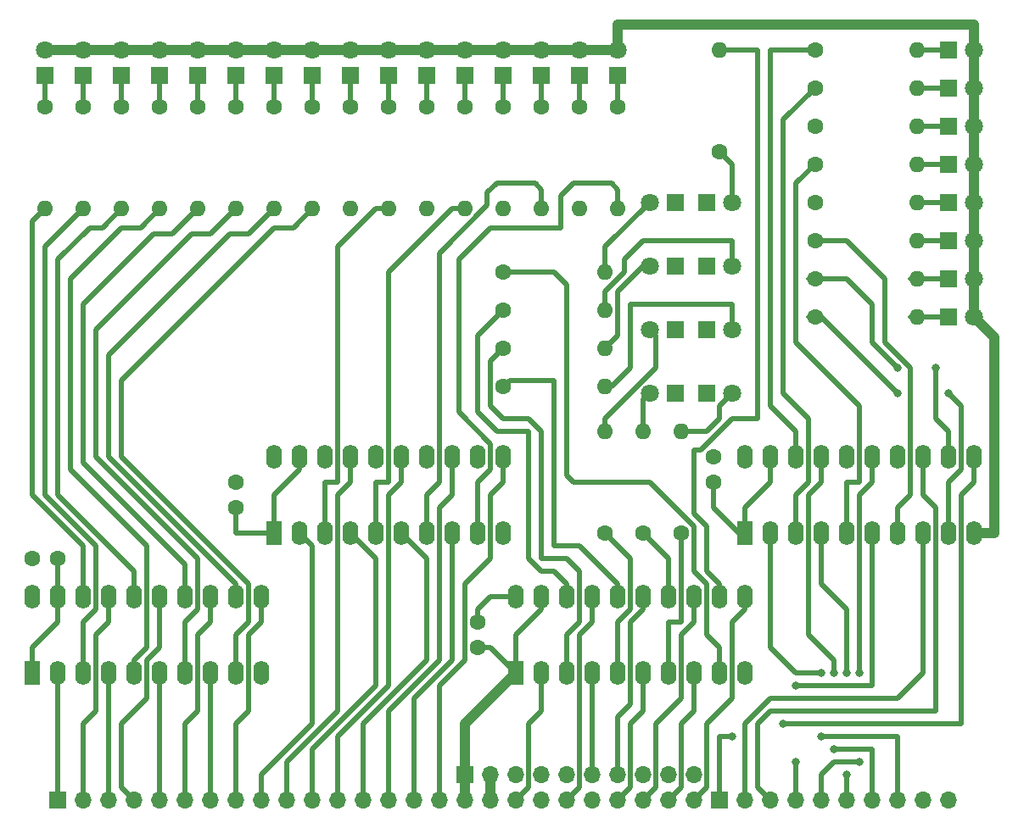
<source format=gbr>
%TF.GenerationSoftware,KiCad,Pcbnew,6.0.11+dfsg-1*%
%TF.CreationDate,2025-09-18T15:26:03+02:00*%
%TF.ProjectId,debug,64656275-672e-46b6-9963-61645f706362,rev?*%
%TF.SameCoordinates,Original*%
%TF.FileFunction,Copper,L2,Bot*%
%TF.FilePolarity,Positive*%
%FSLAX46Y46*%
G04 Gerber Fmt 4.6, Leading zero omitted, Abs format (unit mm)*
G04 Created by KiCad (PCBNEW 6.0.11+dfsg-1) date 2025-09-18 15:26:03*
%MOMM*%
%LPD*%
G01*
G04 APERTURE LIST*
%TA.AperFunction,ComponentPad*%
%ADD10R,1.800000X1.800000*%
%TD*%
%TA.AperFunction,ComponentPad*%
%ADD11C,1.800000*%
%TD*%
%TA.AperFunction,ComponentPad*%
%ADD12C,1.600000*%
%TD*%
%TA.AperFunction,ComponentPad*%
%ADD13O,1.600000X1.600000*%
%TD*%
%TA.AperFunction,ComponentPad*%
%ADD14R,1.600000X2.400000*%
%TD*%
%TA.AperFunction,ComponentPad*%
%ADD15O,1.600000X2.400000*%
%TD*%
%TA.AperFunction,ComponentPad*%
%ADD16R,1.700000X1.700000*%
%TD*%
%TA.AperFunction,ComponentPad*%
%ADD17O,1.700000X1.700000*%
%TD*%
%TA.AperFunction,ViaPad*%
%ADD18C,0.800000*%
%TD*%
%TA.AperFunction,Conductor*%
%ADD19C,0.500000*%
%TD*%
%TA.AperFunction,Conductor*%
%ADD20C,1.000000*%
%TD*%
G04 APERTURE END LIST*
D10*
%TO.P,REF\u002A\u002A,1*%
%TO.N,N/C*%
X140970000Y-44450000D03*
D11*
%TO.P,REF\u002A\u002A,2*%
X140970000Y-41910000D03*
%TD*%
D10*
%TO.P,REF\u002A\u002A,1*%
%TO.N,N/C*%
X161290000Y-76200000D03*
D11*
%TO.P,REF\u002A\u002A,2*%
X163830000Y-76200000D03*
%TD*%
D10*
%TO.P,REF\u002A\u002A,1*%
%TO.N,N/C*%
X185420000Y-57150000D03*
D11*
%TO.P,REF\u002A\u002A,2*%
X187960000Y-57150000D03*
%TD*%
D12*
%TO.P,1k,1*%
%TO.N,N/C*%
X114300000Y-47625000D03*
D13*
%TO.P,1k,2*%
X114300000Y-57785000D03*
%TD*%
D10*
%TO.P,REF\u002A\u002A,1*%
%TO.N,N/C*%
X102870000Y-44450000D03*
D11*
%TO.P,REF\u002A\u002A,2*%
X102870000Y-41910000D03*
%TD*%
D12*
%TO.P,1k,1*%
%TO.N,N/C*%
X106680000Y-47625000D03*
D13*
%TO.P,1k,2*%
X106680000Y-57785000D03*
%TD*%
D12*
%TO.P,1k,1*%
%TO.N,N/C*%
X172085000Y-49530000D03*
D13*
%TO.P,1k,2*%
X182245000Y-49530000D03*
%TD*%
D10*
%TO.P,REF\u002A\u002A,1*%
%TO.N,N/C*%
X129540000Y-44450000D03*
D11*
%TO.P,REF\u002A\u002A,2*%
X129540000Y-41910000D03*
%TD*%
D10*
%TO.P,REF\u002A\u002A,1*%
%TO.N,N/C*%
X110490000Y-44450000D03*
D11*
%TO.P,REF\u002A\u002A,2*%
X110490000Y-41910000D03*
%TD*%
D14*
%TO.P,74hc244,1*%
%TO.N,N/C*%
X165105000Y-90160000D03*
D15*
%TO.P,74hc244,2*%
X167645000Y-90160000D03*
%TO.P,74hc244,3*%
X170185000Y-90160000D03*
%TO.P,74hc244,4*%
X172725000Y-90160000D03*
%TO.P,74hc244,5*%
X175265000Y-90160000D03*
%TO.P,74hc244,6*%
X177805000Y-90160000D03*
%TO.P,74hc244,7*%
X180345000Y-90160000D03*
%TO.P,74hc244,8*%
X182885000Y-90160000D03*
%TO.P,74hc244,9*%
X185425000Y-90160000D03*
%TO.P,74hc244,10*%
X187965000Y-90160000D03*
%TO.P,74hc244,11*%
X187965000Y-82540000D03*
%TO.P,74hc244,12*%
X185425000Y-82540000D03*
%TO.P,74hc244,13*%
X182885000Y-82540000D03*
%TO.P,74hc244,14*%
X180345000Y-82540000D03*
%TO.P,74hc244,15*%
X177805000Y-82540000D03*
%TO.P,74hc244,16*%
X175265000Y-82540000D03*
%TO.P,74hc244,17*%
X172725000Y-82540000D03*
%TO.P,74hc244,18*%
X170185000Y-82540000D03*
%TO.P,74hc244,19*%
X167645000Y-82540000D03*
%TO.P,74hc244,20*%
X165105000Y-82540000D03*
%TD*%
D12*
%TO.P,C,1*%
%TO.N,N/C*%
X138430000Y-101600000D03*
%TO.P,C,2*%
X138430000Y-99100000D03*
%TD*%
%TO.P,1k,1*%
%TO.N,N/C*%
X172085000Y-64770000D03*
D13*
%TO.P,1k,2*%
X182245000Y-64770000D03*
%TD*%
D10*
%TO.P,REF\u002A\u002A,1*%
%TO.N,N/C*%
X185420000Y-41910000D03*
D11*
%TO.P,REF\u002A\u002A,2*%
X187960000Y-41910000D03*
%TD*%
D12*
%TO.P,1k,1*%
%TO.N,N/C*%
X140970000Y-71755000D03*
D13*
%TO.P,1k,2*%
X151130000Y-71755000D03*
%TD*%
D12*
%TO.P,1k,1*%
%TO.N,N/C*%
X102870000Y-47625000D03*
D13*
%TO.P,1k,2*%
X102870000Y-57785000D03*
%TD*%
D10*
%TO.P,REF\u002A\u002A,1*%
%TO.N,N/C*%
X148590000Y-44450000D03*
D11*
%TO.P,REF\u002A\u002A,2*%
X148590000Y-41910000D03*
%TD*%
D10*
%TO.P,REF\u002A\u002A,1*%
%TO.N,N/C*%
X152400000Y-44450000D03*
D11*
%TO.P,REF\u002A\u002A,2*%
X152400000Y-41910000D03*
%TD*%
D10*
%TO.P,REF\u002A\u002A,1*%
%TO.N,N/C*%
X161290000Y-63500000D03*
D11*
%TO.P,REF\u002A\u002A,2*%
X163830000Y-63500000D03*
%TD*%
D14*
%TO.P,74hc244,1*%
%TO.N,N/C*%
X93980000Y-104140000D03*
D15*
%TO.P,74hc244,2*%
X96520000Y-104140000D03*
%TO.P,74hc244,3*%
X99060000Y-104140000D03*
%TO.P,74hc244,4*%
X101600000Y-104140000D03*
%TO.P,74hc244,5*%
X104140000Y-104140000D03*
%TO.P,74hc244,6*%
X106680000Y-104140000D03*
%TO.P,74hc244,7*%
X109220000Y-104140000D03*
%TO.P,74hc244,8*%
X111760000Y-104140000D03*
%TO.P,74hc244,9*%
X114300000Y-104140000D03*
%TO.P,74hc244,10*%
X116840000Y-104140000D03*
%TO.P,74hc244,11*%
X116840000Y-96520000D03*
%TO.P,74hc244,12*%
X114300000Y-96520000D03*
%TO.P,74hc244,13*%
X111760000Y-96520000D03*
%TO.P,74hc244,14*%
X109220000Y-96520000D03*
%TO.P,74hc244,15*%
X106680000Y-96520000D03*
%TO.P,74hc244,16*%
X104140000Y-96520000D03*
%TO.P,74hc244,17*%
X101600000Y-96520000D03*
%TO.P,74hc244,18*%
X99060000Y-96520000D03*
%TO.P,74hc244,19*%
X96520000Y-96520000D03*
%TO.P,74hc244,20*%
X93980000Y-96520000D03*
%TD*%
D10*
%TO.P,REF\u002A\u002A,1*%
%TO.N,N/C*%
X118110000Y-44450000D03*
D11*
%TO.P,REF\u002A\u002A,2*%
X118110000Y-41910000D03*
%TD*%
D10*
%TO.P,REF\u002A\u002A,1*%
%TO.N,N/C*%
X99060000Y-44450000D03*
D11*
%TO.P,REF\u002A\u002A,2*%
X99060000Y-41910000D03*
%TD*%
D16*
%TO.P,REF\u002A\u002A,1*%
%TO.N,N/C*%
X96520000Y-116840000D03*
D17*
%TO.P,REF\u002A\u002A,2*%
X99060000Y-116840000D03*
%TO.P,REF\u002A\u002A,3*%
X101600000Y-116840000D03*
%TO.P,REF\u002A\u002A,4*%
X104140000Y-116840000D03*
%TO.P,REF\u002A\u002A,5*%
X106680000Y-116840000D03*
%TO.P,REF\u002A\u002A,6*%
X109220000Y-116840000D03*
%TO.P,REF\u002A\u002A,7*%
X111760000Y-116840000D03*
%TO.P,REF\u002A\u002A,8*%
X114300000Y-116840000D03*
%TO.P,REF\u002A\u002A,9*%
X116840000Y-116840000D03*
%TO.P,REF\u002A\u002A,10*%
X119380000Y-116840000D03*
%TO.P,REF\u002A\u002A,11*%
X121920000Y-116840000D03*
%TO.P,REF\u002A\u002A,12*%
X124460000Y-116840000D03*
%TO.P,REF\u002A\u002A,13*%
X127000000Y-116840000D03*
%TO.P,REF\u002A\u002A,14*%
X129540000Y-116840000D03*
%TO.P,REF\u002A\u002A,15*%
X132080000Y-116840000D03*
%TO.P,REF\u002A\u002A,16*%
X134620000Y-116840000D03*
%TD*%
D14*
%TO.P,74hc244,1*%
%TO.N,N/C*%
X118110000Y-90170000D03*
D15*
%TO.P,74hc244,2*%
X120650000Y-90170000D03*
%TO.P,74hc244,3*%
X123190000Y-90170000D03*
%TO.P,74hc244,4*%
X125730000Y-90170000D03*
%TO.P,74hc244,5*%
X128270000Y-90170000D03*
%TO.P,74hc244,6*%
X130810000Y-90170000D03*
%TO.P,74hc244,7*%
X133350000Y-90170000D03*
%TO.P,74hc244,8*%
X135890000Y-90170000D03*
%TO.P,74hc244,9*%
X138430000Y-90170000D03*
%TO.P,74hc244,10*%
X140970000Y-90170000D03*
%TO.P,74hc244,11*%
X140970000Y-82550000D03*
%TO.P,74hc244,12*%
X138430000Y-82550000D03*
%TO.P,74hc244,13*%
X135890000Y-82550000D03*
%TO.P,74hc244,14*%
X133350000Y-82550000D03*
%TO.P,74hc244,15*%
X130810000Y-82550000D03*
%TO.P,74hc244,16*%
X128270000Y-82550000D03*
%TO.P,74hc244,17*%
X125730000Y-82550000D03*
%TO.P,74hc244,18*%
X123190000Y-82550000D03*
%TO.P,74hc244,19*%
X120650000Y-82550000D03*
%TO.P,74hc244,20*%
X118110000Y-82550000D03*
%TD*%
D12*
%TO.P,1k,1*%
%TO.N,N/C*%
X140970000Y-75565000D03*
D13*
%TO.P,1k,2*%
X151130000Y-75565000D03*
%TD*%
D12*
%TO.P,1k,1*%
%TO.N,N/C*%
X172085000Y-60960000D03*
D13*
%TO.P,1k,2*%
X182245000Y-60960000D03*
%TD*%
D12*
%TO.P,C,1*%
%TO.N,N/C*%
X93980000Y-92710000D03*
%TO.P,C,2*%
X96480000Y-92710000D03*
%TD*%
%TO.P,1k,1*%
%TO.N,N/C*%
X110490000Y-47625000D03*
D13*
%TO.P,1k,2*%
X110490000Y-57785000D03*
%TD*%
D12*
%TO.P,1k,1*%
%TO.N,N/C*%
X140970000Y-67945000D03*
D13*
%TO.P,1k,2*%
X151130000Y-67945000D03*
%TD*%
D10*
%TO.P,REF\u002A\u002A,1*%
%TO.N,N/C*%
X185420000Y-60960000D03*
D11*
%TO.P,REF\u002A\u002A,2*%
X187960000Y-60960000D03*
%TD*%
D12*
%TO.P,1k,1*%
%TO.N,N/C*%
X154940000Y-90170000D03*
D13*
%TO.P,1k,2*%
X154940000Y-80010000D03*
%TD*%
D10*
%TO.P,REF\u002A\u002A,1*%
%TO.N,N/C*%
X133350000Y-44450000D03*
D11*
%TO.P,REF\u002A\u002A,2*%
X133350000Y-41910000D03*
%TD*%
D10*
%TO.P,REF\u002A\u002A,1*%
%TO.N,N/C*%
X185420000Y-49530000D03*
D11*
%TO.P,REF\u002A\u002A,2*%
X187960000Y-49530000D03*
%TD*%
D10*
%TO.P,REF\u002A\u002A,1*%
%TO.N,N/C*%
X185420000Y-64770000D03*
D11*
%TO.P,REF\u002A\u002A,2*%
X187960000Y-64770000D03*
%TD*%
D10*
%TO.P,REF\u002A\u002A,1*%
%TO.N,N/C*%
X185420000Y-45720000D03*
D11*
%TO.P,REF\u002A\u002A,2*%
X187960000Y-45720000D03*
%TD*%
D12*
%TO.P,1k,1*%
%TO.N,N/C*%
X172085000Y-41910000D03*
D13*
%TO.P,1k,2*%
X182245000Y-41910000D03*
%TD*%
D12*
%TO.P,1k,1*%
%TO.N,N/C*%
X118110000Y-47625000D03*
D13*
%TO.P,1k,2*%
X118110000Y-57785000D03*
%TD*%
D16*
%TO.P,REF\u002A\u002A,1*%
%TO.N,N/C*%
X137160000Y-114300000D03*
D17*
%TO.P,REF\u002A\u002A,2*%
X137160000Y-116840000D03*
%TO.P,REF\u002A\u002A,3*%
X139700000Y-114300000D03*
%TO.P,REF\u002A\u002A,4*%
X139700000Y-116840000D03*
%TO.P,REF\u002A\u002A,5*%
X142240000Y-114300000D03*
%TO.P,REF\u002A\u002A,6*%
X142240000Y-116840000D03*
%TO.P,REF\u002A\u002A,7*%
X144780000Y-114300000D03*
%TO.P,REF\u002A\u002A,8*%
X144780000Y-116840000D03*
%TO.P,REF\u002A\u002A,9*%
X147320000Y-114300000D03*
%TO.P,REF\u002A\u002A,10*%
X147320000Y-116840000D03*
%TO.P,REF\u002A\u002A,11*%
X149860000Y-114300000D03*
%TO.P,REF\u002A\u002A,12*%
X149860000Y-116840000D03*
%TO.P,REF\u002A\u002A,13*%
X152400000Y-114300000D03*
%TO.P,REF\u002A\u002A,14*%
X152400000Y-116840000D03*
%TO.P,REF\u002A\u002A,15*%
X154940000Y-114300000D03*
%TO.P,REF\u002A\u002A,16*%
X154940000Y-116840000D03*
%TO.P,REF\u002A\u002A,17*%
X157480000Y-114300000D03*
%TO.P,REF\u002A\u002A,18*%
X157480000Y-116840000D03*
%TO.P,REF\u002A\u002A,19*%
X160020000Y-114300000D03*
%TO.P,REF\u002A\u002A,20*%
X160020000Y-116840000D03*
%TD*%
D10*
%TO.P,REF\u002A\u002A,1*%
%TO.N,N/C*%
X161290000Y-57150000D03*
D11*
%TO.P,REF\u002A\u002A,2*%
X163830000Y-57150000D03*
%TD*%
D10*
%TO.P,REF\u002A\u002A,1*%
%TO.N,N/C*%
X125730000Y-44450000D03*
D11*
%TO.P,REF\u002A\u002A,2*%
X125730000Y-41910000D03*
%TD*%
D12*
%TO.P,1k,1*%
%TO.N,N/C*%
X125730000Y-47625000D03*
D13*
%TO.P,1k,2*%
X125730000Y-57785000D03*
%TD*%
D12*
%TO.P,1k,1*%
%TO.N,N/C*%
X172085000Y-53340000D03*
D13*
%TO.P,1k,2*%
X182245000Y-53340000D03*
%TD*%
D12*
%TO.P,1k,1*%
%TO.N,N/C*%
X151130000Y-90170000D03*
D13*
%TO.P,1k,2*%
X151130000Y-80010000D03*
%TD*%
D12*
%TO.P,1k,1*%
%TO.N,N/C*%
X137160000Y-47625000D03*
D13*
%TO.P,1k,2*%
X137160000Y-57785000D03*
%TD*%
D12*
%TO.P,1k,1*%
%TO.N,N/C*%
X162560000Y-52070000D03*
D13*
%TO.P,1k,2*%
X162560000Y-41910000D03*
%TD*%
D12*
%TO.P,1k,1*%
%TO.N,N/C*%
X158750000Y-90170000D03*
D13*
%TO.P,1k,2*%
X158750000Y-80010000D03*
%TD*%
D12*
%TO.P,1k,1*%
%TO.N,N/C*%
X172085000Y-57150000D03*
D13*
%TO.P,1k,2*%
X182245000Y-57150000D03*
%TD*%
D10*
%TO.P,REF\u002A\u002A,1*%
%TO.N,N/C*%
X185420000Y-53340000D03*
D11*
%TO.P,REF\u002A\u002A,2*%
X187960000Y-53340000D03*
%TD*%
D10*
%TO.P,REF\u002A\u002A,1*%
%TO.N,N/C*%
X144780000Y-44450000D03*
D11*
%TO.P,REF\u002A\u002A,2*%
X144780000Y-41910000D03*
%TD*%
D10*
%TO.P,REF\u002A\u002A,1*%
%TO.N,N/C*%
X158115000Y-57150000D03*
D11*
%TO.P,REF\u002A\u002A,2*%
X155575000Y-57150000D03*
%TD*%
D10*
%TO.P,REF\u002A\u002A,1*%
%TO.N,N/C*%
X137160000Y-44450000D03*
D11*
%TO.P,REF\u002A\u002A,2*%
X137160000Y-41910000D03*
%TD*%
D12*
%TO.P,1k,1*%
%TO.N,N/C*%
X121920000Y-47625000D03*
D13*
%TO.P,1k,2*%
X121920000Y-57785000D03*
%TD*%
D10*
%TO.P,REF\u002A\u002A,1*%
%TO.N,N/C*%
X114300000Y-44450000D03*
D11*
%TO.P,REF\u002A\u002A,2*%
X114300000Y-41910000D03*
%TD*%
D10*
%TO.P,REF\u002A\u002A,1*%
%TO.N,N/C*%
X158115000Y-76200000D03*
D11*
%TO.P,REF\u002A\u002A,2*%
X155575000Y-76200000D03*
%TD*%
D10*
%TO.P,REF\u002A\u002A,1*%
%TO.N,N/C*%
X161290000Y-69850000D03*
D11*
%TO.P,REF\u002A\u002A,2*%
X163830000Y-69850000D03*
%TD*%
D12*
%TO.P,1k,1*%
%TO.N,N/C*%
X95250000Y-47625000D03*
D13*
%TO.P,1k,2*%
X95250000Y-57785000D03*
%TD*%
D12*
%TO.P,1k,1*%
%TO.N,N/C*%
X129540000Y-47625000D03*
D13*
%TO.P,1k,2*%
X129540000Y-57785000D03*
%TD*%
D12*
%TO.P,1k,1*%
%TO.N,N/C*%
X99060000Y-47625000D03*
D13*
%TO.P,1k,2*%
X99060000Y-57785000D03*
%TD*%
D10*
%TO.P,REF\u002A\u002A,1*%
%TO.N,N/C*%
X95250000Y-44450000D03*
D11*
%TO.P,REF\u002A\u002A,2*%
X95250000Y-41910000D03*
%TD*%
D10*
%TO.P,REF\u002A\u002A,1*%
%TO.N,N/C*%
X158115000Y-69850000D03*
D11*
%TO.P,REF\u002A\u002A,2*%
X155575000Y-69850000D03*
%TD*%
D12*
%TO.P,1k,1*%
%TO.N,N/C*%
X152400000Y-47625000D03*
D13*
%TO.P,1k,2*%
X152400000Y-57785000D03*
%TD*%
D12*
%TO.P,1k,1*%
%TO.N,N/C*%
X133350000Y-47625000D03*
D13*
%TO.P,1k,2*%
X133350000Y-57785000D03*
%TD*%
D12*
%TO.P,1k,1*%
%TO.N,N/C*%
X148590000Y-47625000D03*
D13*
%TO.P,1k,2*%
X148590000Y-57785000D03*
%TD*%
D12*
%TO.P,1k,1*%
%TO.N,N/C*%
X172085000Y-45720000D03*
D13*
%TO.P,1k,2*%
X182245000Y-45720000D03*
%TD*%
D12*
%TO.P,C,1*%
%TO.N,N/C*%
X161925000Y-85090000D03*
%TO.P,C,2*%
X161925000Y-82590000D03*
%TD*%
D16*
%TO.P,REF\u002A\u002A,1*%
%TO.N,N/C*%
X162560000Y-116840000D03*
D17*
%TO.P,REF\u002A\u002A,2*%
X165100000Y-116840000D03*
%TO.P,REF\u002A\u002A,3*%
X167640000Y-116840000D03*
%TO.P,REF\u002A\u002A,4*%
X170180000Y-116840000D03*
%TO.P,REF\u002A\u002A,5*%
X172720000Y-116840000D03*
%TO.P,REF\u002A\u002A,6*%
X175260000Y-116840000D03*
%TO.P,REF\u002A\u002A,7*%
X177800000Y-116840000D03*
%TO.P,REF\u002A\u002A,8*%
X180340000Y-116840000D03*
%TO.P,REF\u002A\u002A,9*%
X182880000Y-116840000D03*
%TO.P,REF\u002A\u002A,10*%
X185420000Y-116840000D03*
%TD*%
D12*
%TO.P,C,1*%
%TO.N,N/C*%
X114300000Y-87630000D03*
%TO.P,C,2*%
X114300000Y-85130000D03*
%TD*%
%TO.P,1k,1*%
%TO.N,N/C*%
X140970000Y-64135000D03*
D13*
%TO.P,1k,2*%
X151130000Y-64135000D03*
%TD*%
D12*
%TO.P,1k,1*%
%TO.N,N/C*%
X144780000Y-47625000D03*
D13*
%TO.P,1k,2*%
X144780000Y-57785000D03*
%TD*%
D10*
%TO.P,REF\u002A\u002A,1*%
%TO.N,N/C*%
X185420000Y-68580000D03*
D11*
%TO.P,REF\u002A\u002A,2*%
X187960000Y-68580000D03*
%TD*%
D12*
%TO.P,1k,1*%
%TO.N,N/C*%
X140970000Y-47625000D03*
D13*
%TO.P,1k,2*%
X140970000Y-57785000D03*
%TD*%
D10*
%TO.P,REF\u002A\u002A,1*%
%TO.N,N/C*%
X158115000Y-63500000D03*
D11*
%TO.P,REF\u002A\u002A,2*%
X155575000Y-63500000D03*
%TD*%
D10*
%TO.P,REF\u002A\u002A,1*%
%TO.N,N/C*%
X121920000Y-44450000D03*
D11*
%TO.P,REF\u002A\u002A,2*%
X121920000Y-41910000D03*
%TD*%
D14*
%TO.P,74hc244,1*%
%TO.N,N/C*%
X142245000Y-104130000D03*
D15*
%TO.P,74hc244,2*%
X144785000Y-104130000D03*
%TO.P,74hc244,3*%
X147325000Y-104130000D03*
%TO.P,74hc244,4*%
X149865000Y-104130000D03*
%TO.P,74hc244,5*%
X152405000Y-104130000D03*
%TO.P,74hc244,6*%
X154945000Y-104130000D03*
%TO.P,74hc244,7*%
X157485000Y-104130000D03*
%TO.P,74hc244,8*%
X160025000Y-104130000D03*
%TO.P,74hc244,9*%
X162565000Y-104130000D03*
%TO.P,74hc244,10*%
X165105000Y-104130000D03*
%TO.P,74hc244,11*%
X165105000Y-96510000D03*
%TO.P,74hc244,12*%
X162565000Y-96510000D03*
%TO.P,74hc244,13*%
X160025000Y-96510000D03*
%TO.P,74hc244,14*%
X157485000Y-96510000D03*
%TO.P,74hc244,15*%
X154945000Y-96510000D03*
%TO.P,74hc244,16*%
X152405000Y-96510000D03*
%TO.P,74hc244,17*%
X149865000Y-96510000D03*
%TO.P,74hc244,18*%
X147325000Y-96510000D03*
%TO.P,74hc244,19*%
X144785000Y-96510000D03*
%TO.P,74hc244,20*%
X142245000Y-96510000D03*
%TD*%
D12*
%TO.P,1k,1*%
%TO.N,N/C*%
X172085000Y-68580000D03*
D13*
%TO.P,1k,2*%
X182245000Y-68580000D03*
%TD*%
D10*
%TO.P,REF\u002A\u002A,1*%
%TO.N,N/C*%
X106680000Y-44450000D03*
D11*
%TO.P,REF\u002A\u002A,2*%
X106680000Y-41910000D03*
%TD*%
D18*
%TO.N,*%
X170180000Y-113030000D03*
X180340000Y-76200000D03*
X180340000Y-73660000D03*
X172720000Y-110490000D03*
X172720000Y-104140000D03*
X176530000Y-113030000D03*
X173990000Y-111760000D03*
X175260000Y-104140000D03*
X185420000Y-76200000D03*
X176530000Y-104140000D03*
X180340000Y-76200000D03*
X184150000Y-73660000D03*
X173990000Y-104140000D03*
X175260000Y-114300000D03*
X170180000Y-105410000D03*
X163830000Y-110490000D03*
X168910000Y-109220000D03*
%TD*%
D19*
%TO.N,*%
X151130000Y-78740000D02*
X156210000Y-73660000D01*
X177800000Y-71120000D02*
X177800000Y-67310000D01*
X96520000Y-99060000D02*
X96520000Y-96520000D01*
X153670000Y-92710000D02*
X151130000Y-90170000D01*
X163830000Y-67310000D02*
X163830000Y-69850000D01*
X149860000Y-114300000D02*
X149865000Y-114295000D01*
X172720000Y-110490000D02*
X180340000Y-110490000D01*
X97790000Y-83820000D02*
X105410000Y-91440000D01*
X96520000Y-96520000D02*
X96520000Y-92750000D01*
X167645000Y-101605000D02*
X167645000Y-90160000D01*
X138430000Y-97790000D02*
X139710000Y-96510000D01*
X167645000Y-85085000D02*
X167645000Y-82540000D01*
X134620000Y-102870000D02*
X129540000Y-107950000D01*
X166370000Y-41910000D02*
X162560000Y-41910000D01*
X93980000Y-59055000D02*
X95250000Y-57785000D01*
X172085000Y-53340000D02*
X170180000Y-55245000D01*
X166370000Y-78740000D02*
X166370000Y-41910000D01*
X147320000Y-92710000D02*
X148590000Y-93980000D01*
X168910000Y-76200000D02*
X171450000Y-78740000D01*
D20*
X187960000Y-39370000D02*
X187960000Y-41910000D01*
X95250000Y-41910000D02*
X99060000Y-41910000D01*
D19*
X182245000Y-49530000D02*
X185420000Y-49530000D01*
X149865000Y-114295000D02*
X149865000Y-104130000D01*
X147955000Y-85090000D02*
X147320000Y-84455000D01*
X144780000Y-80010000D02*
X144780000Y-92710000D01*
X185425000Y-85095000D02*
X185425000Y-90160000D01*
X136525000Y-78105000D02*
X136525000Y-62865000D01*
X134620000Y-105410000D02*
X137160000Y-102870000D01*
X100330000Y-100330000D02*
X101600000Y-99060000D01*
X104775000Y-59690000D02*
X102870000Y-59690000D01*
X93980000Y-104140000D02*
X93980000Y-101600000D01*
X153670000Y-109220000D02*
X154945000Y-107945000D01*
D20*
X137160000Y-41910000D02*
X140970000Y-41910000D01*
D19*
X151130000Y-75565000D02*
X151765000Y-75565000D01*
X118110000Y-90170000D02*
X118110000Y-86360000D01*
X182885000Y-86365000D02*
X184150000Y-87630000D01*
X129540000Y-105410000D02*
X129540000Y-86360000D01*
X142245000Y-100335000D02*
X142240000Y-100330000D01*
X163830000Y-78740000D02*
X166370000Y-78740000D01*
X106680000Y-47625000D02*
X106680000Y-44450000D01*
X143510000Y-115570000D02*
X143510000Y-109220000D01*
X110490000Y-107950000D02*
X110490000Y-100330000D01*
X180345000Y-87625000D02*
X181610000Y-86360000D01*
X147325000Y-100335000D02*
X147325000Y-104130000D01*
D20*
X189980000Y-90160000D02*
X187965000Y-90160000D01*
D19*
X129540000Y-47625000D02*
X129540000Y-44450000D01*
X181610000Y-73660000D02*
X179070000Y-71120000D01*
X135890000Y-82550000D02*
X135890000Y-86360000D01*
X107950000Y-60325000D02*
X110490000Y-57785000D01*
X182885000Y-90160000D02*
X182885000Y-104135000D01*
X135890000Y-102870000D02*
X135890000Y-90170000D01*
X170185000Y-86355000D02*
X170185000Y-90160000D01*
X167640000Y-107950000D02*
X166370000Y-109220000D01*
X105410000Y-91440000D02*
X105410000Y-101600000D01*
X120015000Y-59690000D02*
X121920000Y-57785000D01*
X165100000Y-87630000D02*
X167645000Y-85085000D01*
X99695000Y-59690000D02*
X100965000Y-59690000D01*
X124460000Y-110490000D02*
X129540000Y-105410000D01*
X157485000Y-104130000D02*
X157485000Y-99065000D01*
X99060000Y-109220000D02*
X100330000Y-107950000D01*
X152405000Y-99065000D02*
X152400000Y-99060000D01*
X167640000Y-41910000D02*
X172085000Y-41910000D01*
X144780000Y-93980000D02*
X143510000Y-92710000D01*
X171450000Y-78740000D02*
X171450000Y-85090000D01*
X165105000Y-97785000D02*
X165105000Y-96510000D01*
X142240000Y-100330000D02*
X144785000Y-97785000D01*
X102870000Y-82550000D02*
X102870000Y-74930000D01*
X124460000Y-86360000D02*
X125730000Y-85090000D01*
X119380000Y-116840000D02*
X119380000Y-113030000D01*
X153035000Y-62865000D02*
X153035000Y-64135000D01*
X142245000Y-104130000D02*
X142245000Y-100335000D01*
X99060000Y-47625000D02*
X99060000Y-44450000D01*
X97790000Y-64770000D02*
X97790000Y-83820000D01*
X106680000Y-96520000D02*
X106680000Y-101600000D01*
X160655000Y-81915000D02*
X163830000Y-78740000D01*
X172725000Y-95255000D02*
X172725000Y-90160000D01*
X115570000Y-99060000D02*
X115570000Y-95250000D01*
X157480000Y-99060000D02*
X158750000Y-99060000D01*
D20*
X118110000Y-41910000D02*
X121920000Y-41910000D01*
D19*
X152400000Y-108585000D02*
X153670000Y-107315000D01*
X118110000Y-47625000D02*
X118110000Y-44450000D01*
X137160000Y-102870000D02*
X137160000Y-95250000D01*
X152400000Y-116840000D02*
X153670000Y-115570000D01*
X152400000Y-47625000D02*
X152400000Y-44450000D01*
X116840000Y-99060000D02*
X116840000Y-96520000D01*
X165100000Y-109220000D02*
X165100000Y-116840000D01*
X180340000Y-110490000D02*
X180340000Y-116840000D01*
X119380000Y-113030000D02*
X124460000Y-107950000D01*
X160025000Y-99055000D02*
X160025000Y-96510000D01*
X161290000Y-100330000D02*
X161290000Y-95250000D01*
X157485000Y-92715000D02*
X157485000Y-96510000D01*
X162560000Y-116840000D02*
X162560000Y-110490000D01*
X118110000Y-57785000D02*
X115570000Y-60325000D01*
X161290000Y-80010000D02*
X162560000Y-78740000D01*
X143510000Y-109220000D02*
X144785000Y-107945000D01*
D20*
X125730000Y-41910000D02*
X129540000Y-41910000D01*
D19*
X146050000Y-74930000D02*
X141605000Y-74930000D01*
X173990000Y-102870000D02*
X173990000Y-104140000D01*
D20*
X133350000Y-41910000D02*
X137160000Y-41910000D01*
D19*
X102870000Y-109220000D02*
X102870000Y-115570000D01*
D20*
X152400000Y-41910000D02*
X152400000Y-39370000D01*
D19*
X140970000Y-78740000D02*
X143510000Y-78740000D01*
X175260000Y-116840000D02*
X175260000Y-114300000D01*
X121920000Y-47625000D02*
X121920000Y-44450000D01*
X110490000Y-44450000D02*
X110490000Y-47625000D01*
X161925000Y-87630000D02*
X161925000Y-85090000D01*
X128270000Y-105410000D02*
X128270000Y-92710000D01*
X184150000Y-107950000D02*
X167640000Y-107950000D01*
X176530000Y-86360000D02*
X177805000Y-85085000D01*
X148590000Y-115570000D02*
X148590000Y-100330000D01*
X102870000Y-74930000D02*
X118110000Y-59690000D01*
X152400000Y-70485000D02*
X152400000Y-66040000D01*
X102870000Y-115570000D02*
X104140000Y-116840000D01*
X114300000Y-104140000D02*
X114300000Y-100330000D01*
X172720000Y-68580000D02*
X171450000Y-68580000D01*
X106680000Y-101600000D02*
X105410000Y-102870000D01*
X105410000Y-101600000D02*
X104140000Y-102870000D01*
X116840000Y-114300000D02*
X116840000Y-116840000D01*
X177800000Y-111760000D02*
X173990000Y-111760000D01*
X140335000Y-55245000D02*
X144145000Y-55245000D01*
X99060000Y-99060000D02*
X100330000Y-97790000D01*
X154940000Y-60960000D02*
X153035000Y-62865000D01*
X172725000Y-82540000D02*
X172725000Y-85085000D01*
X171450000Y-85090000D02*
X170185000Y-86355000D01*
X179070000Y-71120000D02*
X179070000Y-64770000D01*
X118110000Y-90170000D02*
X114300000Y-90170000D01*
X144780000Y-92710000D02*
X147320000Y-92710000D01*
X132080000Y-106680000D02*
X135890000Y-102870000D01*
X181610000Y-86360000D02*
X181610000Y-73660000D01*
X186690000Y-83820000D02*
X185420000Y-85090000D01*
D20*
X187960000Y-68580000D02*
X189990000Y-70610000D01*
D19*
X182245000Y-41910000D02*
X185420000Y-41910000D01*
X129540000Y-107950000D02*
X129540000Y-116840000D01*
X100330000Y-107950000D02*
X100330000Y-100330000D01*
X135890000Y-57785000D02*
X137160000Y-57785000D01*
D20*
X106680000Y-41910000D02*
X110490000Y-41910000D01*
D19*
X109220000Y-104140000D02*
X109220000Y-99060000D01*
X115570000Y-60325000D02*
X113665000Y-60325000D01*
X156210000Y-70485000D02*
X155575000Y-69850000D01*
X182885000Y-82540000D02*
X182885000Y-86365000D01*
X133350000Y-102870000D02*
X127000000Y-109220000D01*
X138430000Y-78105000D02*
X138430000Y-70485000D01*
X128270000Y-90170000D02*
X128270000Y-85090000D01*
X129540000Y-86360000D02*
X130810000Y-85090000D01*
X138430000Y-70485000D02*
X140970000Y-67945000D01*
X162565000Y-95255000D02*
X161290000Y-93980000D01*
X93980000Y-101600000D02*
X96520000Y-99060000D01*
D20*
X102870000Y-41910000D02*
X106680000Y-41910000D01*
D19*
X151130000Y-61595000D02*
X151130000Y-64135000D01*
X154940000Y-63500000D02*
X155575000Y-63500000D01*
X175265000Y-85095000D02*
X175265000Y-90160000D01*
X111760000Y-60325000D02*
X114300000Y-57785000D01*
X121920000Y-91440000D02*
X121920000Y-109220000D01*
D20*
X110490000Y-41910000D02*
X114300000Y-41910000D01*
D19*
X128270000Y-57785000D02*
X129540000Y-57785000D01*
X100330000Y-69850000D02*
X109855000Y-60325000D01*
X99060000Y-67310000D02*
X106045000Y-60325000D01*
X109220000Y-116840000D02*
X109220000Y-109220000D01*
X109220000Y-96520000D02*
X109220000Y-93345000D01*
X156210000Y-109220000D02*
X158750000Y-106680000D01*
X124460000Y-61595000D02*
X128270000Y-57785000D01*
X110490000Y-97790000D02*
X110490000Y-92710000D01*
X101600000Y-99060000D02*
X101600000Y-96520000D01*
X128270000Y-85090000D02*
X129540000Y-85090000D01*
X186690000Y-86360000D02*
X187965000Y-85085000D01*
X143510000Y-92710000D02*
X143510000Y-80010000D01*
X161290000Y-89535000D02*
X160020000Y-88265000D01*
D20*
X148590000Y-41910000D02*
X152400000Y-41910000D01*
D19*
X113665000Y-60325000D02*
X101600000Y-72390000D01*
X130810000Y-85090000D02*
X130810000Y-82550000D01*
X175260000Y-97790000D02*
X172725000Y-95255000D01*
X152400000Y-66040000D02*
X154940000Y-63500000D01*
X101600000Y-116840000D02*
X101600000Y-104140000D01*
X111760000Y-104140000D02*
X111760000Y-116840000D01*
X151130000Y-71755000D02*
X152400000Y-70485000D01*
X137160000Y-95250000D02*
X139700000Y-92710000D01*
X147320000Y-100330000D02*
X147325000Y-100335000D01*
X160020000Y-88265000D02*
X160020000Y-81915000D01*
X115570000Y-107950000D02*
X115570000Y-100330000D01*
X109220000Y-99060000D02*
X110490000Y-97790000D01*
X170180000Y-116840000D02*
X170180000Y-113030000D01*
X118110000Y-86360000D02*
X120650000Y-83820000D01*
X184150000Y-87630000D02*
X184150000Y-107950000D01*
X186690000Y-109220000D02*
X186690000Y-86360000D01*
X139700000Y-81280000D02*
X136525000Y-78105000D01*
X170180000Y-55245000D02*
X170180000Y-71120000D01*
X163830000Y-99060000D02*
X165105000Y-97785000D01*
X184150000Y-78740000D02*
X185425000Y-80015000D01*
X124460000Y-116840000D02*
X124460000Y-110490000D01*
X173990000Y-113030000D02*
X172720000Y-114300000D01*
X138430000Y-90170000D02*
X138430000Y-85090000D01*
D20*
X168910000Y-39370000D02*
X187960000Y-39370000D01*
X144780000Y-41910000D02*
X148590000Y-41910000D01*
D19*
X105410000Y-106680000D02*
X102870000Y-109220000D01*
X138430000Y-99100000D02*
X138430000Y-97790000D01*
X101600000Y-72390000D02*
X101600000Y-82550000D01*
X151765000Y-75565000D02*
X153670000Y-73660000D01*
X139715000Y-101600000D02*
X142245000Y-104130000D01*
X182245000Y-60960000D02*
X185420000Y-60960000D01*
X100330000Y-82550000D02*
X100330000Y-69850000D01*
X163830000Y-60960000D02*
X154940000Y-60960000D01*
X154940000Y-80010000D02*
X154940000Y-76835000D01*
D20*
X139700000Y-116840000D02*
X139700000Y-114300000D01*
D19*
X147325000Y-96510000D02*
X147325000Y-95255000D01*
X180345000Y-90160000D02*
X180345000Y-87625000D01*
X100330000Y-91440000D02*
X95250000Y-86360000D01*
X140970000Y-85090000D02*
X140970000Y-82550000D01*
X177800000Y-105410000D02*
X177800000Y-90165000D01*
X93980000Y-86360000D02*
X93980000Y-59055000D01*
X151130000Y-80010000D02*
X151130000Y-78740000D01*
X144780000Y-47625000D02*
X144780000Y-44450000D01*
X187965000Y-85085000D02*
X187965000Y-82540000D01*
X153670000Y-73660000D02*
X153670000Y-67310000D01*
X139700000Y-73025000D02*
X139700000Y-77470000D01*
D20*
X99060000Y-41910000D02*
X102870000Y-41910000D01*
D19*
X125730000Y-47625000D02*
X125730000Y-44450000D01*
X110490000Y-92710000D02*
X100330000Y-82550000D01*
X136525000Y-62865000D02*
X139700000Y-59690000D01*
X99060000Y-96520000D02*
X99060000Y-91440000D01*
X133350000Y-92710000D02*
X133350000Y-102870000D01*
X182245000Y-53340000D02*
X185420000Y-53340000D01*
X154945000Y-107945000D02*
X154945000Y-104130000D01*
X110490000Y-100330000D02*
X111760000Y-99060000D01*
X143510000Y-80010000D02*
X140335000Y-80010000D01*
X139700000Y-86360000D02*
X140970000Y-85090000D01*
X170180000Y-71120000D02*
X176530000Y-77470000D01*
D20*
X140970000Y-41910000D02*
X144780000Y-41910000D01*
D19*
X171450000Y-100330000D02*
X173990000Y-102870000D01*
X184150000Y-73660000D02*
X184150000Y-78740000D01*
X172725000Y-85085000D02*
X171450000Y-86360000D01*
X109855000Y-60325000D02*
X111760000Y-60325000D01*
X142240000Y-116840000D02*
X143510000Y-115570000D01*
X115570000Y-100330000D02*
X116840000Y-99060000D01*
X175260000Y-85090000D02*
X175265000Y-85095000D01*
X170180000Y-105410000D02*
X177800000Y-105410000D01*
X176530000Y-77470000D02*
X176530000Y-85090000D01*
X180340000Y-106680000D02*
X167640000Y-106680000D01*
X162560000Y-78740000D02*
X162560000Y-77470000D01*
X114300000Y-116840000D02*
X114300000Y-109220000D01*
X121920000Y-109220000D02*
X116840000Y-114300000D01*
X186690000Y-77470000D02*
X186690000Y-83820000D01*
X139382500Y-56197500D02*
X140335000Y-55245000D01*
X137160000Y-47625000D02*
X137160000Y-44450000D01*
D20*
X137160000Y-109215000D02*
X142245000Y-104130000D01*
D19*
X151130000Y-66040000D02*
X151130000Y-67945000D01*
X106680000Y-57785000D02*
X104775000Y-59690000D01*
X160020000Y-89535000D02*
X155575000Y-85090000D01*
X139710000Y-96510000D02*
X142245000Y-96510000D01*
X124460000Y-107950000D02*
X124460000Y-86360000D01*
D20*
X187960000Y-41910000D02*
X187960000Y-68580000D01*
D19*
X175260000Y-64770000D02*
X171450000Y-64770000D01*
X100330000Y-97790000D02*
X100330000Y-91440000D01*
X124460000Y-85090000D02*
X124460000Y-61595000D01*
X104140000Y-96520000D02*
X104140000Y-93980000D01*
X153670000Y-107315000D02*
X153670000Y-99060000D01*
X111760000Y-99060000D02*
X111760000Y-96520000D01*
X172720000Y-104140000D02*
X170180000Y-104140000D01*
X162565000Y-101605000D02*
X161290000Y-100330000D01*
X167640000Y-77470000D02*
X167640000Y-41910000D01*
X102870000Y-47625000D02*
X102870000Y-44450000D01*
X125730000Y-85090000D02*
X125730000Y-82550000D01*
X104140000Y-102870000D02*
X104140000Y-104140000D01*
X155575000Y-85090000D02*
X147955000Y-85090000D01*
X105410000Y-102870000D02*
X105410000Y-106680000D01*
X129540000Y-85090000D02*
X129540000Y-64135000D01*
X165105000Y-87635000D02*
X165100000Y-87630000D01*
D20*
X152400000Y-39370000D02*
X168910000Y-39370000D01*
D19*
X104140000Y-93980000D02*
X96520000Y-86360000D01*
X167640000Y-106680000D02*
X165100000Y-109220000D01*
X182245000Y-45720000D02*
X185420000Y-45720000D01*
X181610000Y-68580000D02*
X185420000Y-68580000D01*
X176530000Y-104140000D02*
X176530000Y-86360000D01*
X177800000Y-116840000D02*
X177800000Y-111760000D01*
X163830000Y-57150000D02*
X163830000Y-53340000D01*
X179070000Y-64770000D02*
X175260000Y-60960000D01*
X164455000Y-90160000D02*
X161925000Y-87630000D01*
X138430000Y-85090000D02*
X139700000Y-83820000D01*
X133350000Y-86360000D02*
X134620000Y-85090000D01*
X134620000Y-62230000D02*
X139382500Y-57467500D01*
X127000000Y-109220000D02*
X127000000Y-116840000D01*
X185420000Y-76200000D02*
X186690000Y-77470000D01*
D20*
X114300000Y-41910000D02*
X118110000Y-41910000D01*
D19*
X147320000Y-84455000D02*
X147320000Y-65405000D01*
X149865000Y-99055000D02*
X149865000Y-96510000D01*
X161290000Y-95250000D02*
X160020000Y-93980000D01*
X96520000Y-92750000D02*
X96480000Y-92710000D01*
X152400000Y-99060000D02*
X153670000Y-97790000D01*
X158750000Y-109220000D02*
X160025000Y-107945000D01*
X101600000Y-82550000D02*
X114300000Y-95250000D01*
X132080000Y-116840000D02*
X132080000Y-106680000D01*
X157485000Y-99065000D02*
X157480000Y-99060000D01*
X148590000Y-91440000D02*
X146050000Y-91440000D01*
X182885000Y-104135000D02*
X180340000Y-106680000D01*
X160020000Y-93980000D02*
X160020000Y-89535000D01*
X162560000Y-110490000D02*
X163830000Y-110490000D01*
X148590000Y-47625000D02*
X148590000Y-44450000D01*
D20*
X129540000Y-41910000D02*
X133350000Y-41910000D01*
D19*
X162560000Y-77470000D02*
X163830000Y-76200000D01*
X106680000Y-104140000D02*
X106680000Y-116840000D01*
X176530000Y-113030000D02*
X173990000Y-113030000D01*
X133350000Y-47625000D02*
X133350000Y-44450000D01*
X130810000Y-90170000D02*
X133350000Y-92710000D01*
X99060000Y-83185000D02*
X99060000Y-67310000D01*
X114300000Y-90170000D02*
X114300000Y-87630000D01*
X118110000Y-59690000D02*
X120015000Y-59690000D01*
X161290000Y-115570000D02*
X161290000Y-109220000D01*
X154940000Y-76835000D02*
X155575000Y-76200000D01*
X96520000Y-62865000D02*
X99695000Y-59690000D01*
X152400000Y-55880000D02*
X152400000Y-57785000D01*
X181610000Y-64770000D02*
X185420000Y-64770000D01*
X147325000Y-95255000D02*
X146050000Y-93980000D01*
X99060000Y-91440000D02*
X93980000Y-86360000D01*
X177805000Y-85085000D02*
X177805000Y-82540000D01*
X99060000Y-116840000D02*
X99060000Y-109220000D01*
X153670000Y-97790000D02*
X153670000Y-92710000D01*
X114300000Y-95250000D02*
X114300000Y-96520000D01*
X114300000Y-47625000D02*
X114300000Y-44450000D01*
X95250000Y-47625000D02*
X95250000Y-44450000D01*
X121920000Y-116840000D02*
X121920000Y-111760000D01*
X162565000Y-104130000D02*
X162565000Y-101605000D01*
X171450000Y-86360000D02*
X171450000Y-100330000D01*
X144785000Y-107945000D02*
X144785000Y-104130000D01*
X139382500Y-57467500D02*
X139382500Y-56197500D01*
D20*
X137160000Y-116840000D02*
X137160000Y-114300000D01*
D19*
X109220000Y-93345000D02*
X99060000Y-83185000D01*
X138430000Y-101600000D02*
X139715000Y-101600000D01*
X185425000Y-80015000D02*
X185425000Y-82540000D01*
X163830000Y-53340000D02*
X162560000Y-52070000D01*
X182245000Y-57150000D02*
X185420000Y-57150000D01*
X170185000Y-80015000D02*
X167640000Y-77470000D01*
X135890000Y-86360000D02*
X134620000Y-87630000D01*
X177800000Y-67310000D02*
X175260000Y-64770000D01*
X172085000Y-45720000D02*
X168910000Y-48895000D01*
X96520000Y-104140000D02*
X96520000Y-116840000D01*
D20*
X137160000Y-114300000D02*
X137160000Y-109215000D01*
D19*
X165105000Y-90160000D02*
X165105000Y-87635000D01*
X158750000Y-100330000D02*
X160025000Y-99055000D01*
X170185000Y-82540000D02*
X170185000Y-80015000D01*
X151765000Y-55245000D02*
X152400000Y-55880000D01*
X175260000Y-60960000D02*
X172085000Y-60960000D01*
X95250000Y-61595000D02*
X99060000Y-57785000D01*
X121920000Y-111760000D02*
X128270000Y-105410000D01*
X160020000Y-116840000D02*
X161290000Y-115570000D01*
X148590000Y-100330000D02*
X149865000Y-99055000D01*
X180340000Y-73660000D02*
X177800000Y-71120000D01*
X106045000Y-60325000D02*
X107950000Y-60325000D01*
X148590000Y-99060000D02*
X147320000Y-100330000D01*
X156210000Y-73660000D02*
X156210000Y-70485000D01*
X158750000Y-115570000D02*
X158750000Y-109220000D01*
X170180000Y-104140000D02*
X167645000Y-101605000D01*
X162565000Y-96510000D02*
X162565000Y-95255000D01*
X153670000Y-115570000D02*
X153670000Y-109220000D01*
X160020000Y-81915000D02*
X160655000Y-81915000D01*
X134620000Y-116840000D02*
X134620000Y-105410000D01*
X114300000Y-100330000D02*
X115570000Y-99060000D01*
X146685000Y-59690000D02*
X146685000Y-56515000D01*
X168910000Y-48895000D02*
X168910000Y-76200000D01*
X102870000Y-59690000D02*
X97790000Y-64770000D01*
X154945000Y-97785000D02*
X154945000Y-96510000D01*
X139700000Y-83820000D02*
X139700000Y-81280000D01*
X144780000Y-55880000D02*
X144780000Y-57785000D01*
X96520000Y-86360000D02*
X96520000Y-62865000D01*
X155575000Y-57150000D02*
X151130000Y-61595000D01*
X146050000Y-64135000D02*
X140970000Y-64135000D01*
X175260000Y-104140000D02*
X175260000Y-97790000D01*
X152405000Y-96510000D02*
X152405000Y-95255000D01*
X180340000Y-76200000D02*
X172720000Y-68580000D01*
X140970000Y-71755000D02*
X139700000Y-73025000D01*
X144145000Y-55245000D02*
X144780000Y-55880000D01*
X129540000Y-64135000D02*
X135890000Y-57785000D01*
X176530000Y-85090000D02*
X175260000Y-85090000D01*
X139700000Y-77470000D02*
X140970000Y-78740000D01*
X158750000Y-106680000D02*
X158750000Y-100330000D01*
X146685000Y-56515000D02*
X147955000Y-55245000D01*
X156210000Y-115570000D02*
X156210000Y-109220000D01*
X140335000Y-80010000D02*
X138430000Y-78105000D01*
X143510000Y-78740000D02*
X144780000Y-80010000D01*
X152405000Y-104130000D02*
X152405000Y-99065000D01*
X147320000Y-116840000D02*
X148590000Y-115570000D01*
X133350000Y-90170000D02*
X133350000Y-86360000D01*
X123190000Y-85090000D02*
X124460000Y-85090000D01*
X109220000Y-109220000D02*
X110490000Y-107950000D01*
X166370000Y-115570000D02*
X167640000Y-116840000D01*
X153670000Y-67310000D02*
X163830000Y-67310000D01*
X154940000Y-116840000D02*
X156210000Y-115570000D01*
X152405000Y-95255000D02*
X148590000Y-91440000D01*
X120650000Y-90170000D02*
X121920000Y-91440000D01*
X139700000Y-59690000D02*
X146685000Y-59690000D01*
X146050000Y-93980000D02*
X144780000Y-93980000D01*
X161290000Y-93980000D02*
X161290000Y-89535000D01*
X147955000Y-55245000D02*
X151765000Y-55245000D01*
X128270000Y-92710000D02*
X125730000Y-90170000D01*
X154940000Y-90170000D02*
X157485000Y-92715000D01*
X134620000Y-85090000D02*
X134620000Y-62230000D01*
X160025000Y-107945000D02*
X160025000Y-104130000D01*
X123190000Y-90170000D02*
X123190000Y-85090000D01*
X153035000Y-64135000D02*
X151130000Y-66040000D01*
X140970000Y-47625000D02*
X140970000Y-44450000D01*
X148590000Y-93980000D02*
X148590000Y-99060000D01*
X158750000Y-80010000D02*
X161290000Y-80010000D01*
X115570000Y-95250000D02*
X102870000Y-82550000D01*
X144785000Y-97785000D02*
X144785000Y-96510000D01*
X172720000Y-114300000D02*
X172720000Y-116840000D01*
D20*
X121920000Y-41910000D02*
X125730000Y-41910000D01*
D19*
X139700000Y-92710000D02*
X139700000Y-86360000D01*
X158750000Y-99060000D02*
X158750000Y-90170000D01*
X177800000Y-90165000D02*
X177805000Y-90160000D01*
X95250000Y-86360000D02*
X95250000Y-61595000D01*
X161290000Y-109220000D02*
X163830000Y-106680000D01*
X168910000Y-109220000D02*
X186690000Y-109220000D01*
X141605000Y-74930000D02*
X140970000Y-75565000D01*
X100965000Y-59690000D02*
X102870000Y-57785000D01*
X153670000Y-99060000D02*
X154945000Y-97785000D01*
X152400000Y-114300000D02*
X152400000Y-108585000D01*
X134620000Y-87630000D02*
X134620000Y-102870000D01*
X146050000Y-91440000D02*
X146050000Y-74930000D01*
X163830000Y-106680000D02*
X163830000Y-99060000D01*
X114300000Y-109220000D02*
X115570000Y-107950000D01*
X120650000Y-83820000D02*
X120650000Y-82550000D01*
X147320000Y-65405000D02*
X146050000Y-64135000D01*
X165105000Y-90160000D02*
X164455000Y-90160000D01*
X157480000Y-116840000D02*
X158750000Y-115570000D01*
X185420000Y-85090000D02*
X185425000Y-85095000D01*
X163830000Y-63500000D02*
X163830000Y-60960000D01*
X99060000Y-104140000D02*
X99060000Y-99060000D01*
X166370000Y-109220000D02*
X166370000Y-115570000D01*
D20*
X189990000Y-70610000D02*
X189990000Y-90170000D01*
%TD*%
M02*

</source>
